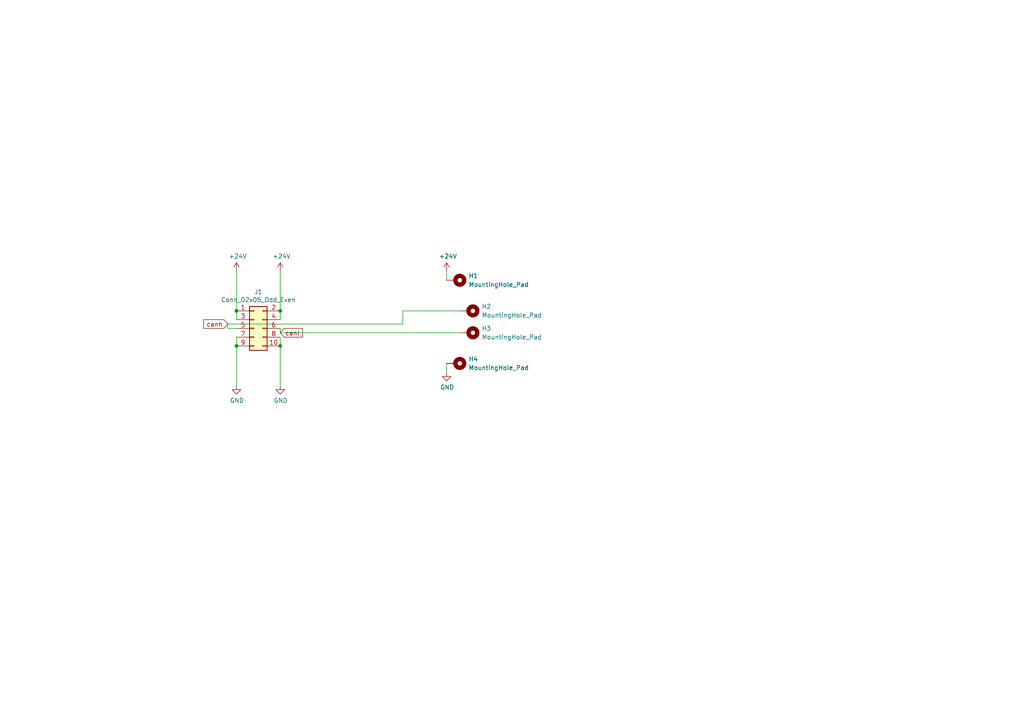
<source format=kicad_sch>
(kicad_sch (version 20211123) (generator eeschema)
  (paper "A4")
  (lib_symbols
    (symbol "Connector_Generic:Conn_02x05_Odd_Even" (pin_names (offset 1.016) hide)
      (property "Reference" "J" (at 1.27 7.62 0))
      (property "Value" "Conn_02x05_Odd_Even" (at 1.27 -7.62 0))
      (symbol "Conn_02x05_Odd_Even_1_1"
        (rectangle (start -1.27 -4.953) (end 0 -5.207) (stroke (width 0.1524)))
        (rectangle (start -1.27 -2.413) (end 0 -2.667) (stroke (width 0.1524)))
        (rectangle (start -1.27 0.127) (end 0 -0.127) (stroke (width 0.1524)))
        (rectangle (start -1.27 2.667) (end 0 2.413) (stroke (width 0.1524)))
        (rectangle (start -1.27 5.207) (end 0 4.953) (stroke (width 0.1524)))
        (rectangle (start -1.27 6.35) (end 3.81 -6.35) (stroke (width 0.254)) (fill (type background)))
        (rectangle (start 3.81 -4.953) (end 2.54 -5.207) (stroke (width 0.1524)))
        (rectangle (start 3.81 -2.413) (end 2.54 -2.667) (stroke (width 0.1524)))
        (rectangle (start 3.81 0.127) (end 2.54 -0.127) (stroke (width 0.1524)))
        (rectangle (start 3.81 2.667) (end 2.54 2.413) (stroke (width 0.1524)))
        (rectangle (start 3.81 5.207) (end 2.54 4.953) (stroke (width 0.1524)))
        (pin passive line (at -5.08 5.08 0) (length 3.81) (name "Pin_1") (number "1"))
        (pin passive line (at 7.62 -5.08 180) (length 3.81) (name "Pin_10") (number "10"))
        (pin passive line (at 7.62 5.08 180) (length 3.81) (name "Pin_2") (number "2"))
        (pin passive line (at -5.08 2.54 0) (length 3.81) (name "Pin_3") (number "3"))
        (pin passive line (at 7.62 2.54 180) (length 3.81) (name "Pin_4") (number "4"))
        (pin passive line (at -5.08 0 0) (length 3.81) (name "Pin_5") (number "5"))
        (pin passive line (at 7.62 0 180) (length 3.81) (name "Pin_6") (number "6"))
        (pin passive line (at -5.08 -2.54 0) (length 3.81) (name "Pin_7") (number "7"))
        (pin passive line (at 7.62 -2.54 180) (length 3.81) (name "Pin_8") (number "8"))
        (pin passive line (at -5.08 -5.08 0) (length 3.81) (name "Pin_9") (number "9"))
      )
    )
    (symbol "Mechanical:MountingHole_Pad" (pin_numbers hide) (pin_names (offset 1.016) hide)
      (property "Reference" "H" (at 0 6.35 0))
      (property "Value" "MountingHole_Pad" (at 0 4.445 0))
      (symbol "MountingHole_Pad_0_1"
        (circle (center 0 1.27) (radius 1.27) (stroke (width 1.27)))
      )
      (symbol "MountingHole_Pad_1_1"
        (pin input line (at 0 -2.54 90) (length 2.54) (name "1") (number "1"))
      )
    )
    (symbol "power:+24V" (power) (pin_names (offset 0))
      (property "Value" "+24V" (at 0 3.556 0))
      (symbol "+24V_0_1"
        (polyline (pts (xy -0.762 1.27) (xy 0 2.54)))
        (polyline (pts (xy 0 0) (xy 0 2.54)))
        (polyline (pts (xy 0 2.54) (xy 0.762 1.27)))
      )
      (symbol "+24V_1_1"
        (pin power_in line (at 0 0 90) (length 0) hide (name "+24V") (number "1"))
      )
    )
    (symbol "power:GND" (power) (pin_names (offset 0))
      (property "Value" "GND" (at 0 -3.81 0))
      (symbol "GND_0_1"
        (polyline (pts (xy 0 0) (xy 0 -1.27) (xy 1.27 -1.27) (xy 0 -2.54) (xy -1.27 -1.27) (xy 0 -1.27)))
      )
      (symbol "GND_1_1"
        (pin power_in line (at 0 0 270) (length 0) hide (name "GND") (number "1"))
      )
    )
  )
  (junction (at 68.58 100.33))
  (junction (at 81.28 90.17))
  (junction (at 68.58 90.17))
  (junction (at 81.28 100.33))
  (wire (pts (xy 116.84 90.17) (xy 116.84 93.98)))
  (wire (pts (xy 68.58 90.17) (xy 68.58 78.74)))
  (wire (pts (xy 81.28 78.74) (xy 81.28 90.17)))
  (wire (pts (xy 81.28 92.71) (xy 81.28 90.17)))
  (wire (pts (xy 81.28 95.25) (xy 81.28 96.52)))
  (wire (pts (xy 133.35 90.17) (xy 116.84 90.17)))
  (wire (pts (xy 68.58 92.71) (xy 68.58 90.17)))
  (wire (pts (xy 81.28 100.33) (xy 81.28 111.76)))
  (wire (pts (xy 81.28 96.52) (xy 133.35 96.52)))
  (wire (pts (xy 66.04 95.25) (xy 68.58 95.25)))
  (wire (pts (xy 66.04 93.98) (xy 66.04 95.25)))
  (wire (pts (xy 68.58 97.79) (xy 68.58 100.33)))
  (wire (pts (xy 81.28 97.79) (xy 81.28 100.33)))
  (wire (pts (xy 129.54 105.41) (xy 129.54 107.95)))
  (wire (pts (xy 116.84 93.98) (xy 66.04 93.98)))
  (wire (pts (xy 68.58 100.33) (xy 68.58 111.76)))
  (wire (pts (xy 129.54 78.74) (xy 129.54 81.28)))
  (global_label "canl" (shape input) (at 81.28 96.52 0) (property "Обозначения листов" "${INTERSHEET_REFS}" (effects hide)))
  (global_label "canh" (shape input) (at 66.04 93.98 180) (property "Обозначения листов" "${INTERSHEET_REFS}" (effects hide)))
  (symbol (lib_id "Connector_Generic:Conn_02x05_Odd_Even") (at 73.66 95.25 0) (unit 1)
    (property "Reference" "J1" (at 74.93 84.6582 0))
    (property "Value" "Conn_02x05_Odd_Even" (at 74.93 86.9696 0))
    (property "Footprint" "Connector_PinSocket_2.54mm:PinSocket_2x05_P2.54mm_Vertical" (effects hide))
  )
  (symbol (lib_id "power:+24V") (at 129.54 78.74 0) (unit 1)
    (property "Reference" "#PWR0105" (effects hide))
    (property "Value" "+24V" (at 129.921 74.3458 0))
  )
  (symbol (lib_id "power:GND") (at 129.54 107.95 0) (unit 1)
    (property "Reference" "#PWR0108" (effects hide))
    (property "Value" "GND" (at 129.667 112.3442 0))
  )
  (symbol (lib_id "power:GND") (at 81.28 111.76 0) (unit 1)
    (property "Reference" "#PWR0101" (effects hide))
    (property "Value" "GND" (at 81.407 116.1542 0))
  )
  (symbol (lib_id "power:GND") (at 68.58 111.76 0) (unit 1)
    (property "Reference" "#PWR0102" (effects hide))
    (property "Value" "GND" (at 68.707 116.1542 0))
  )
  (symbol (lib_id "power:+24V") (at 81.28 78.74 0) (unit 1)
    (property "Reference" "#PWR0103" (effects hide))
    (property "Value" "+24V" (at 81.661 74.3458 0))
  )
  (symbol (lib_id "power:+24V") (at 68.58 78.74 0) (unit 1)
    (property "Reference" "#PWR0104" (effects hide))
    (property "Value" "+24V" (at 68.961 74.3458 0))
  )
  (symbol (lib_id "Mechanical:MountingHole_Pad") (at 135.89 96.52 270) (unit 1)
    (property "Reference" "H3" (at 139.7 95.2499 90) (effects (justify left)))
    (property "Value" "MountingHole_Pad" (at 139.7 97.7899 90) (effects (justify left)))
    (property "Footprint" "TestPoint:TestPoint_Plated_Hole_D4.0mm" (effects hide))
  )
  (symbol (lib_id "Mechanical:MountingHole_Pad") (at 132.08 105.41 270) (unit 1)
    (property "Reference" "H4" (at 135.89 104.1399 90) (effects (justify left)))
    (property "Value" "MountingHole_Pad" (at 135.89 106.6799 90) (effects (justify left)))
    (property "Footprint" "TestPoint:TestPoint_Plated_Hole_D4.0mm" (effects hide))
  )
  (symbol (lib_id "Mechanical:MountingHole_Pad") (at 132.08 81.28 270) (unit 1)
    (property "Reference" "H1" (at 135.89 80.0099 90) (effects (justify left)))
    (property "Value" "MountingHole_Pad" (at 135.89 82.5499 90) (effects (justify left)))
    (property "Footprint" "TestPoint:TestPoint_Plated_Hole_D4.0mm" (effects hide))
  )
  (symbol (lib_id "Mechanical:MountingHole_Pad") (at 135.89 90.17 270) (unit 1)
    (property "Reference" "H2" (at 139.7 88.8999 90) (effects (justify left)))
    (property "Value" "MountingHole_Pad" (at 139.7 91.4399 90) (effects (justify left)))
    (property "Footprint" "TestPoint:TestPoint_Plated_Hole_D4.0mm" (effects hide))
  )
)
</source>
